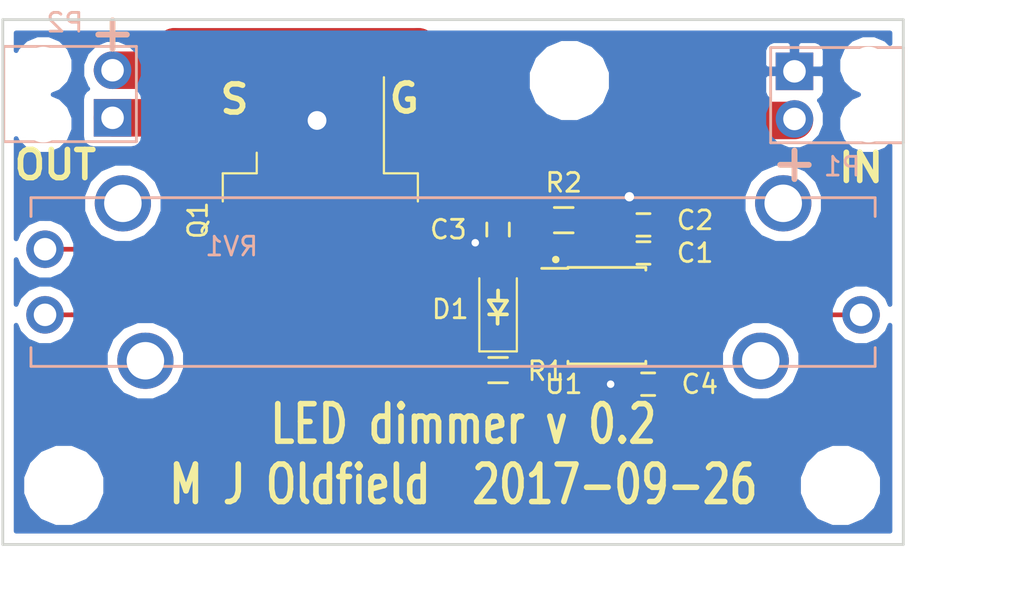
<source format=kicad_pcb>
(kicad_pcb (version 4) (host pcbnew 4.0.7)

  (general
    (links 26)
    (no_connects 0)
    (area 111.471429 91.825 179.1 126.699945)
    (thickness 1.6)
    (drawings 23)
    (tracks 110)
    (zones 0)
    (modules 19)
    (nets 11)
  )

  (page A4)
  (layers
    (0 F.Cu signal)
    (31 B.Cu signal)
    (32 B.Adhes user hide)
    (33 F.Adhes user hide)
    (34 B.Paste user hide)
    (35 F.Paste user hide)
    (36 B.SilkS user)
    (37 F.SilkS user)
    (38 B.Mask user hide)
    (39 F.Mask user hide)
    (40 Dwgs.User user)
    (41 Cmts.User user)
    (42 Eco1.User user)
    (43 Eco2.User user)
    (44 Edge.Cuts user)
    (45 Margin user)
    (46 B.CrtYd user)
    (47 F.CrtYd user)
    (48 B.Fab user hide)
    (49 F.Fab user hide)
  )

  (setup
    (last_trace_width 0.25)
    (trace_clearance 0.2)
    (zone_clearance 0.508)
    (zone_45_only no)
    (trace_min 0.2)
    (segment_width 0.2)
    (edge_width 0.15)
    (via_size 0.6)
    (via_drill 0.4)
    (via_min_size 0.4)
    (via_min_drill 0.3)
    (uvia_size 0.3)
    (uvia_drill 0.1)
    (uvias_allowed no)
    (uvia_min_size 0.2)
    (uvia_min_drill 0.1)
    (pcb_text_width 0.3)
    (pcb_text_size 1.5 1.5)
    (mod_edge_width 0.15)
    (mod_text_size 1 1)
    (mod_text_width 0.15)
    (pad_size 3.2 3.2)
    (pad_drill 3.2)
    (pad_to_mask_clearance 0.05)
    (solder_mask_min_width 0.1)
    (pad_to_paste_clearance_ratio -0.05)
    (aux_axis_origin 0 0)
    (visible_elements FFFFFF7F)
    (pcbplotparams
      (layerselection 0x010fc_80000001)
      (usegerberextensions true)
      (excludeedgelayer true)
      (linewidth 0.100000)
      (plotframeref false)
      (viasonmask false)
      (mode 1)
      (useauxorigin false)
      (hpglpennumber 1)
      (hpglpenspeed 20)
      (hpglpendiameter 15)
      (hpglpenoverlay 2)
      (psnegative false)
      (psa4output false)
      (plotreference true)
      (plotvalue false)
      (plotinvisibletext false)
      (padsonsilk false)
      (subtractmaskfromsilk false)
      (outputformat 1)
      (mirror false)
      (drillshape 0)
      (scaleselection 1)
      (outputdirectory ../gerbers-v2-2017-09-26/))
  )

  (net 0 "")
  (net 1 "Net-(C1-Pad1)")
  (net 2 "Net-(C1-Pad2)")
  (net 3 "Net-(C3-Pad1)")
  (net 4 "Net-(C4-Pad1)")
  (net 5 "Net-(D1-Pad1)")
  (net 6 "Net-(D1-Pad2)")
  (net 7 "Net-(Q1-Pad1)")
  (net 8 "Net-(R1-Pad2)")
  (net 9 "Net-(RV1-Pad1)")
  (net 10 "Net-(P2-Pad1)")

  (net_class Default "This is the default net class."
    (clearance 0.2)
    (trace_width 0.25)
    (via_dia 0.6)
    (via_drill 0.4)
    (uvia_dia 0.3)
    (uvia_drill 0.1)
    (add_net "Net-(C1-Pad1)")
    (add_net "Net-(C1-Pad2)")
    (add_net "Net-(C3-Pad1)")
    (add_net "Net-(C4-Pad1)")
    (add_net "Net-(D1-Pad1)")
    (add_net "Net-(D1-Pad2)")
    (add_net "Net-(P2-Pad1)")
    (add_net "Net-(Q1-Pad1)")
    (add_net "Net-(R1-Pad2)")
    (add_net "Net-(RV1-Pad1)")
  )

  (net_class Chunky ""
    (clearance 0.2)
    (trace_width 1)
    (via_dia 0.6)
    (via_drill 0.4)
    (uvia_dia 0.3)
    (uvia_drill 0.1)
  )

  (module led-dimmer:MountingHole_2.0mm (layer F.Cu) (tedit 59CACB24) (tstamp 59EE3AA2)
    (at 123 96)
    (descr "Mounting Hole 2.2mm, no annular, M2")
    (tags "mounting hole 2.2mm no annular m2")
    (fp_text reference REF** (at 0 -3.2) (layer F.SilkS) hide
      (effects (font (size 1 1) (thickness 0.15)))
    )
    (fp_text value MountingHole_2.0mm (at 0 3.2) (layer F.Fab)
      (effects (font (size 1 1) (thickness 0.15)))
    )
    (pad "" np_thru_hole circle (at 0 0) (size 2 2) (drill 2) (layers *.Cu *.Mask))
  )

  (module led-dimmer:MountingHole_2.0mm (layer F.Cu) (tedit 59CACB21) (tstamp 59EE3A9E)
    (at 123 99.1)
    (descr "Mounting Hole 2.2mm, no annular, M2")
    (tags "mounting hole 2.2mm no annular m2")
    (fp_text reference REF** (at 0 -3.2) (layer F.SilkS) hide
      (effects (font (size 1 1) (thickness 0.15)))
    )
    (fp_text value MountingHole_2.0mm (at 0 3.2) (layer F.Fab)
      (effects (font (size 1 1) (thickness 0.15)))
    )
    (pad "" np_thru_hole circle (at 0 0) (size 2 2) (drill 2) (layers *.Cu *.Mask))
  )

  (module led-dimmer:Molex-KK22057028-2way-2.54mm-Right-Angled-Header (layer B.Cu) (tedit 59BADA17) (tstamp 59BDF4EA)
    (at 126.7 97.52)
    (path /59B9A795)
    (fp_text reference P2 (at -2.54 -3.81) (layer B.SilkS)
      (effects (font (size 1 1) (thickness 0.15)) (justify mirror))
    )
    (fp_text value CONN_01X02 (at 0 0.5) (layer B.Fab)
      (effects (font (size 1 1) (thickness 0.15)) (justify mirror))
    )
    (fp_line (start -5.8 2.54) (end 1.27 2.54) (layer B.SilkS) (width 0.15))
    (fp_line (start -5.8 -2.54) (end -5.8 2.54) (layer B.SilkS) (width 0.15))
    (fp_line (start 1.27 -2.54) (end -5.8 -2.54) (layer B.SilkS) (width 0.15))
    (fp_line (start 1.27 2.54) (end 1.27 -2.54) (layer B.SilkS) (width 0.15))
    (pad 1 thru_hole rect (at 0 1.27) (size 2 2) (drill 1.2) (layers *.Cu *.Mask)
      (net 10 "Net-(P2-Pad1)"))
    (pad 2 thru_hole circle (at 0 -1.27) (size 2 2) (drill 1.2) (layers *.Cu *.Mask)
      (net 1 "Net-(C1-Pad1)"))
  )

  (module led-dimmer:Bourns-PTA3043-Slide-Potentiometer (layer B.Cu) (tedit 59CA5782) (tstamp 59BDF535)
    (at 144.85 107.55)
    (path /59B9A1A1)
    (fp_text reference RV1 (at -11.8 -1.9) (layer B.SilkS)
      (effects (font (size 1 1) (thickness 0.15)) (justify mirror))
    )
    (fp_text value "10k lin" (at 0 2.1) (layer B.Fab)
      (effects (font (size 1 1) (thickness 0.15)) (justify mirror))
    )
    (fp_line (start -22.5 4.5) (end -22.5 3.5) (layer B.SilkS) (width 0.15))
    (fp_line (start 22.5 4.5) (end 22.5 3.5) (layer B.SilkS) (width 0.15))
    (fp_line (start -22.5 -4.5) (end 22.5 -4.5) (layer B.SilkS) (width 0.15))
    (fp_line (start -22.5 4.5) (end 22.5 4.5) (layer B.SilkS) (width 0.15))
    (fp_line (start -22.5 -3.5) (end -22.5 -4.5) (layer B.SilkS) (width 0.15))
    (fp_line (start -22.5 -3.5) (end -22.5 -4.5) (layer B.SilkS) (width 0.15))
    (fp_line (start 22.5 -3.5) (end 22.5 -4.5) (layer B.SilkS) (width 0.15))
    (pad 1 thru_hole circle (at -21.75 1.75) (size 2 2) (drill 1.2) (layers *.Cu *.Mask)
      (net 9 "Net-(RV1-Pad1)"))
    (pad 2 thru_hole circle (at -21.75 -1.75) (size 2 2) (drill 1.2) (layers *.Cu *.Mask)
      (net 3 "Net-(C3-Pad1)"))
    (pad 3 thru_hole circle (at 21.75 1.75) (size 2 2) (drill 1.2) (layers *.Cu *.Mask)
      (net 8 "Net-(R1-Pad2)"))
    (pad "" np_thru_hole circle (at 16.4 4.2) (size 3 3) (drill 2) (layers *.Cu))
    (pad "" np_thru_hole circle (at 17.6 -4.2) (size 3 3) (drill 2) (layers *.Cu))
    (pad "" thru_hole circle (at -16.4 4.2) (size 3 3) (drill 2) (layers *.Cu *.Mask))
    (pad "" thru_hole circle (at -17.6 -4.2) (size 3 3) (drill 2) (layers *.Cu *.Mask))
  )

  (module led-dimmer:Molex-KK22057028-2way-2.54mm-Right-Angled-Header (layer B.Cu) (tedit 59BADA17) (tstamp 59BDF4CB)
    (at 163.05 97.58 180)
    (path /59B9A7DB)
    (fp_text reference P1 (at -2.54 -3.81 180) (layer B.SilkS)
      (effects (font (size 1 1) (thickness 0.15)) (justify mirror))
    )
    (fp_text value CONN_01X02 (at 0 0.5 180) (layer B.Fab)
      (effects (font (size 1 1) (thickness 0.15)) (justify mirror))
    )
    (fp_line (start -5.8 2.54) (end 1.27 2.54) (layer B.SilkS) (width 0.15))
    (fp_line (start -5.8 -2.54) (end -5.8 2.54) (layer B.SilkS) (width 0.15))
    (fp_line (start 1.27 -2.54) (end -5.8 -2.54) (layer B.SilkS) (width 0.15))
    (fp_line (start 1.27 2.54) (end 1.27 -2.54) (layer B.SilkS) (width 0.15))
    (pad 1 thru_hole rect (at 0 1.27 180) (size 2 2) (drill 1.2) (layers *.Cu *.Mask)
      (net 2 "Net-(C1-Pad2)"))
    (pad 2 thru_hole circle (at 0 -1.27 180) (size 2 2) (drill 1.2) (layers *.Cu *.Mask)
      (net 1 "Net-(C1-Pad1)"))
  )

  (module Capacitors_SMD:C_0603 (layer F.Cu) (tedit 5415D631) (tstamp 59BDF463)
    (at 155 106 180)
    (descr "Capacitor SMD 0603, reflow soldering, AVX (see smccp.pdf)")
    (tags "capacitor 0603")
    (path /59B9A54F)
    (attr smd)
    (fp_text reference C1 (at -2.75 0 180) (layer F.SilkS)
      (effects (font (size 1 1) (thickness 0.15)))
    )
    (fp_text value 1uF (at 0 1.9 180) (layer F.Fab)
      (effects (font (size 1 1) (thickness 0.15)))
    )
    (fp_line (start -0.8 0.4) (end -0.8 -0.4) (layer F.Fab) (width 0.15))
    (fp_line (start 0.8 0.4) (end -0.8 0.4) (layer F.Fab) (width 0.15))
    (fp_line (start 0.8 -0.4) (end 0.8 0.4) (layer F.Fab) (width 0.15))
    (fp_line (start -0.8 -0.4) (end 0.8 -0.4) (layer F.Fab) (width 0.15))
    (fp_line (start -1.45 -0.75) (end 1.45 -0.75) (layer F.CrtYd) (width 0.05))
    (fp_line (start -1.45 0.75) (end 1.45 0.75) (layer F.CrtYd) (width 0.05))
    (fp_line (start -1.45 -0.75) (end -1.45 0.75) (layer F.CrtYd) (width 0.05))
    (fp_line (start 1.45 -0.75) (end 1.45 0.75) (layer F.CrtYd) (width 0.05))
    (fp_line (start -0.35 -0.6) (end 0.35 -0.6) (layer F.SilkS) (width 0.15))
    (fp_line (start 0.35 0.6) (end -0.35 0.6) (layer F.SilkS) (width 0.15))
    (pad 1 smd rect (at -0.75 0 180) (size 0.8 0.75) (layers F.Cu F.Paste F.Mask)
      (net 1 "Net-(C1-Pad1)"))
    (pad 2 smd rect (at 0.75 0 180) (size 0.8 0.75) (layers F.Cu F.Paste F.Mask)
      (net 2 "Net-(C1-Pad2)"))
    (model Capacitors_SMD.3dshapes/C_0603.wrl
      (at (xyz 0 0 0))
      (scale (xyz 1 1 1))
      (rotate (xyz 0 0 0))
    )
  )

  (module Capacitors_SMD:C_0603 (layer F.Cu) (tedit 59BB91B3) (tstamp 59BDF483)
    (at 147.25 104.75 270)
    (descr "Capacitor SMD 0603, reflow soldering, AVX (see smccp.pdf)")
    (tags "capacitor 0603")
    (path /59B9A2BC)
    (attr smd)
    (fp_text reference C3 (at 0 2.65 360) (layer F.SilkS)
      (effects (font (size 1 1) (thickness 0.15)))
    )
    (fp_text value 1uF (at 0 1.9 270) (layer F.Fab)
      (effects (font (size 1 1) (thickness 0.15)))
    )
    (fp_line (start -0.8 0.4) (end -0.8 -0.4) (layer F.Fab) (width 0.15))
    (fp_line (start 0.8 0.4) (end -0.8 0.4) (layer F.Fab) (width 0.15))
    (fp_line (start 0.8 -0.4) (end 0.8 0.4) (layer F.Fab) (width 0.15))
    (fp_line (start -0.8 -0.4) (end 0.8 -0.4) (layer F.Fab) (width 0.15))
    (fp_line (start -1.45 -0.75) (end 1.45 -0.75) (layer F.CrtYd) (width 0.05))
    (fp_line (start -1.45 0.75) (end 1.45 0.75) (layer F.CrtYd) (width 0.05))
    (fp_line (start -1.45 -0.75) (end -1.45 0.75) (layer F.CrtYd) (width 0.05))
    (fp_line (start 1.45 -0.75) (end 1.45 0.75) (layer F.CrtYd) (width 0.05))
    (fp_line (start -0.35 -0.6) (end 0.35 -0.6) (layer F.SilkS) (width 0.15))
    (fp_line (start 0.35 0.6) (end -0.35 0.6) (layer F.SilkS) (width 0.15))
    (pad 1 smd rect (at -0.75 0 270) (size 0.8 0.75) (layers F.Cu F.Paste F.Mask)
      (net 3 "Net-(C3-Pad1)"))
    (pad 2 smd rect (at 0.75 0 270) (size 0.8 0.75) (layers F.Cu F.Paste F.Mask)
      (net 2 "Net-(C1-Pad2)"))
    (model Capacitors_SMD.3dshapes/C_0603.wrl
      (at (xyz 0 0 0))
      (scale (xyz 1 1 1))
      (rotate (xyz 0 0 0))
    )
  )

  (module Capacitors_SMD:C_0603 (layer F.Cu) (tedit 5415D631) (tstamp 59BDF473)
    (at 155 104.5 180)
    (descr "Capacitor SMD 0603, reflow soldering, AVX (see smccp.pdf)")
    (tags "capacitor 0603")
    (path /59B9A586)
    (attr smd)
    (fp_text reference C2 (at -2.75 0.25 180) (layer F.SilkS)
      (effects (font (size 1 1) (thickness 0.15)))
    )
    (fp_text value 0.1uF (at 0 1.9 180) (layer F.Fab)
      (effects (font (size 1 1) (thickness 0.15)))
    )
    (fp_line (start -0.8 0.4) (end -0.8 -0.4) (layer F.Fab) (width 0.15))
    (fp_line (start 0.8 0.4) (end -0.8 0.4) (layer F.Fab) (width 0.15))
    (fp_line (start 0.8 -0.4) (end 0.8 0.4) (layer F.Fab) (width 0.15))
    (fp_line (start -0.8 -0.4) (end 0.8 -0.4) (layer F.Fab) (width 0.15))
    (fp_line (start -1.45 -0.75) (end 1.45 -0.75) (layer F.CrtYd) (width 0.05))
    (fp_line (start -1.45 0.75) (end 1.45 0.75) (layer F.CrtYd) (width 0.05))
    (fp_line (start -1.45 -0.75) (end -1.45 0.75) (layer F.CrtYd) (width 0.05))
    (fp_line (start 1.45 -0.75) (end 1.45 0.75) (layer F.CrtYd) (width 0.05))
    (fp_line (start -0.35 -0.6) (end 0.35 -0.6) (layer F.SilkS) (width 0.15))
    (fp_line (start 0.35 0.6) (end -0.35 0.6) (layer F.SilkS) (width 0.15))
    (pad 1 smd rect (at -0.75 0 180) (size 0.8 0.75) (layers F.Cu F.Paste F.Mask)
      (net 1 "Net-(C1-Pad1)"))
    (pad 2 smd rect (at 0.75 0 180) (size 0.8 0.75) (layers F.Cu F.Paste F.Mask)
      (net 2 "Net-(C1-Pad2)"))
    (model Capacitors_SMD.3dshapes/C_0603.wrl
      (at (xyz 0 0 0))
      (scale (xyz 1 1 1))
      (rotate (xyz 0 0 0))
    )
  )

  (module Capacitors_SMD:C_0603 (layer F.Cu) (tedit 5415D631) (tstamp 59BDF493)
    (at 155.25 113 180)
    (descr "Capacitor SMD 0603, reflow soldering, AVX (see smccp.pdf)")
    (tags "capacitor 0603")
    (path /59B9A4DE)
    (attr smd)
    (fp_text reference C4 (at -2.75 0 180) (layer F.SilkS)
      (effects (font (size 1 1) (thickness 0.15)))
    )
    (fp_text value 100nF (at 0 1.9 180) (layer F.Fab)
      (effects (font (size 1 1) (thickness 0.15)))
    )
    (fp_line (start -0.8 0.4) (end -0.8 -0.4) (layer F.Fab) (width 0.15))
    (fp_line (start 0.8 0.4) (end -0.8 0.4) (layer F.Fab) (width 0.15))
    (fp_line (start 0.8 -0.4) (end 0.8 0.4) (layer F.Fab) (width 0.15))
    (fp_line (start -0.8 -0.4) (end 0.8 -0.4) (layer F.Fab) (width 0.15))
    (fp_line (start -1.45 -0.75) (end 1.45 -0.75) (layer F.CrtYd) (width 0.05))
    (fp_line (start -1.45 0.75) (end 1.45 0.75) (layer F.CrtYd) (width 0.05))
    (fp_line (start -1.45 -0.75) (end -1.45 0.75) (layer F.CrtYd) (width 0.05))
    (fp_line (start 1.45 -0.75) (end 1.45 0.75) (layer F.CrtYd) (width 0.05))
    (fp_line (start -0.35 -0.6) (end 0.35 -0.6) (layer F.SilkS) (width 0.15))
    (fp_line (start 0.35 0.6) (end -0.35 0.6) (layer F.SilkS) (width 0.15))
    (pad 1 smd rect (at -0.75 0 180) (size 0.8 0.75) (layers F.Cu F.Paste F.Mask)
      (net 4 "Net-(C4-Pad1)"))
    (pad 2 smd rect (at 0.75 0 180) (size 0.8 0.75) (layers F.Cu F.Paste F.Mask)
      (net 2 "Net-(C1-Pad2)"))
    (model Capacitors_SMD.3dshapes/C_0603.wrl
      (at (xyz 0 0 0))
      (scale (xyz 1 1 1))
      (rotate (xyz 0 0 0))
    )
  )

  (module Diodes_SMD:D_SOD-123 (layer F.Cu) (tedit 59BB91B9) (tstamp 59BDF4AC)
    (at 147.25 109 90)
    (descr SOD-123)
    (tags SOD-123)
    (path /59B9A132)
    (attr smd)
    (fp_text reference D1 (at 0 -2.55 180) (layer F.SilkS)
      (effects (font (size 1 1) (thickness 0.15)))
    )
    (fp_text value SD103 (at 0 2.1 90) (layer F.Fab)
      (effects (font (size 1 1) (thickness 0.15)))
    )
    (fp_text user %R (at 0 -2 90) (layer F.Fab)
      (effects (font (size 1 1) (thickness 0.15)))
    )
    (fp_line (start -2.25 -1) (end -2.25 1) (layer F.SilkS) (width 0.12))
    (fp_line (start 0.25 0) (end 0.75 0) (layer F.Fab) (width 0.1))
    (fp_line (start 0.25 0.4) (end -0.35 0) (layer F.Fab) (width 0.1))
    (fp_line (start 0.25 -0.4) (end 0.25 0.4) (layer F.Fab) (width 0.1))
    (fp_line (start -0.35 0) (end 0.25 -0.4) (layer F.Fab) (width 0.1))
    (fp_line (start -0.35 0) (end -0.35 0.55) (layer F.Fab) (width 0.1))
    (fp_line (start -0.35 0) (end -0.35 -0.55) (layer F.Fab) (width 0.1))
    (fp_line (start -0.75 0) (end -0.35 0) (layer F.Fab) (width 0.1))
    (fp_line (start -1.4 0.9) (end -1.4 -0.9) (layer F.Fab) (width 0.1))
    (fp_line (start 1.4 0.9) (end -1.4 0.9) (layer F.Fab) (width 0.1))
    (fp_line (start 1.4 -0.9) (end 1.4 0.9) (layer F.Fab) (width 0.1))
    (fp_line (start -1.4 -0.9) (end 1.4 -0.9) (layer F.Fab) (width 0.1))
    (fp_line (start -2.35 -1.15) (end 2.35 -1.15) (layer F.CrtYd) (width 0.05))
    (fp_line (start 2.35 -1.15) (end 2.35 1.15) (layer F.CrtYd) (width 0.05))
    (fp_line (start 2.35 1.15) (end -2.35 1.15) (layer F.CrtYd) (width 0.05))
    (fp_line (start -2.35 -1.15) (end -2.35 1.15) (layer F.CrtYd) (width 0.05))
    (fp_line (start -2.25 1) (end 1.65 1) (layer F.SilkS) (width 0.12))
    (fp_line (start -2.25 -1) (end 1.65 -1) (layer F.SilkS) (width 0.12))
    (pad 1 smd rect (at -1.65 0 90) (size 0.9 1.2) (layers F.Cu F.Paste F.Mask)
      (net 5 "Net-(D1-Pad1)"))
    (pad 2 smd rect (at 1.65 0 90) (size 0.9 1.2) (layers F.Cu F.Paste F.Mask)
      (net 6 "Net-(D1-Pad2)"))
    (model ${KISYS3DMOD}/Diodes_SMD.3dshapes/D_SOD-123.wrl
      (at (xyz 0 0 0))
      (scale (xyz 1 1 1))
      (rotate (xyz 0 0 0))
    )
  )

  (module TO_SOT_Packages_SMD:TO-263-2 (layer F.Cu) (tedit 590079C0) (tstamp 59BDF50E)
    (at 137.775 104.7 270)
    (descr "TO-263 / D2PAK / DDPAK SMD package, http://www.infineon.com/cms/en/product/packages/PG-TO263/PG-TO263-3-1/")
    (tags "D2PAK DDPAK TO-263 D2PAK-3 TO-263-3 SOT-404")
    (path /59B9A6ED)
    (attr smd)
    (fp_text reference Q1 (at -0.45 6.525 270) (layer F.SilkS)
      (effects (font (size 1 1) (thickness 0.15)))
    )
    (fp_text value IRL530N (at 0 6.65 270) (layer F.Fab)
      (effects (font (size 1 1) (thickness 0.15)))
    )
    (fp_line (start 6.5 -5) (end 7.5 -5) (layer F.Fab) (width 0.1))
    (fp_line (start 7.5 -5) (end 7.5 5) (layer F.Fab) (width 0.1))
    (fp_line (start 7.5 5) (end 6.5 5) (layer F.Fab) (width 0.1))
    (fp_line (start 6.5 -5) (end 6.5 5) (layer F.Fab) (width 0.1))
    (fp_line (start 6.5 5) (end -2.75 5) (layer F.Fab) (width 0.1))
    (fp_line (start -2.75 5) (end -2.75 -4) (layer F.Fab) (width 0.1))
    (fp_line (start -2.75 -4) (end -1.75 -5) (layer F.Fab) (width 0.1))
    (fp_line (start -1.75 -5) (end 6.5 -5) (layer F.Fab) (width 0.1))
    (fp_line (start -2.75 -3.04) (end -7.45 -3.04) (layer F.Fab) (width 0.1))
    (fp_line (start -7.45 -3.04) (end -7.45 -2.04) (layer F.Fab) (width 0.1))
    (fp_line (start -7.45 -2.04) (end -2.75 -2.04) (layer F.Fab) (width 0.1))
    (fp_line (start -2.75 2.04) (end -7.45 2.04) (layer F.Fab) (width 0.1))
    (fp_line (start -7.45 2.04) (end -7.45 3.04) (layer F.Fab) (width 0.1))
    (fp_line (start -7.45 3.04) (end -2.75 3.04) (layer F.Fab) (width 0.1))
    (fp_line (start -1.45 -5.2) (end -2.95 -5.2) (layer F.SilkS) (width 0.12))
    (fp_line (start -2.95 -5.2) (end -2.95 -3.39) (layer F.SilkS) (width 0.12))
    (fp_line (start -2.95 -3.39) (end -8.075 -3.39) (layer F.SilkS) (width 0.12))
    (fp_line (start -1.45 5.2) (end -2.95 5.2) (layer F.SilkS) (width 0.12))
    (fp_line (start -2.95 5.2) (end -2.95 3.39) (layer F.SilkS) (width 0.12))
    (fp_line (start -2.95 3.39) (end -4.05 3.39) (layer F.SilkS) (width 0.12))
    (fp_line (start -8.32 -5.65) (end -8.32 5.65) (layer F.CrtYd) (width 0.05))
    (fp_line (start -8.32 5.65) (end 8.32 5.65) (layer F.CrtYd) (width 0.05))
    (fp_line (start 8.32 5.65) (end 8.32 -5.65) (layer F.CrtYd) (width 0.05))
    (fp_line (start 8.32 -5.65) (end -8.32 -5.65) (layer F.CrtYd) (width 0.05))
    (fp_text user %R (at 0 0 270) (layer F.Fab)
      (effects (font (size 1 1) (thickness 0.15)))
    )
    (pad 1 smd rect (at -5.775 -2.54 270) (size 4.6 1.1) (layers F.Cu F.Paste F.Mask)
      (net 7 "Net-(Q1-Pad1)"))
    (pad 3 smd rect (at -5.775 2.54 270) (size 4.6 1.1) (layers F.Cu F.Paste F.Mask)
      (net 2 "Net-(C1-Pad2)"))
    (pad 2 smd rect (at 3.375 0 270) (size 9.4 10.8) (layers F.Cu F.Mask)
      (net 10 "Net-(P2-Pad1)"))
    (pad 2 smd rect (at 5.8 2.775 270) (size 4.55 5.25) (layers F.Cu F.Paste)
      (net 10 "Net-(P2-Pad1)"))
    (pad 2 smd rect (at 0.95 -2.775 270) (size 4.55 5.25) (layers F.Cu F.Paste)
      (net 10 "Net-(P2-Pad1)"))
    (pad 2 smd rect (at 5.8 -2.775 270) (size 4.55 5.25) (layers F.Cu F.Paste)
      (net 10 "Net-(P2-Pad1)"))
    (pad 2 smd rect (at 0.95 2.775 270) (size 4.55 5.25) (layers F.Cu F.Paste)
      (net 10 "Net-(P2-Pad1)"))
    (model ${KISYS3DMOD}/TO_SOT_Packages_SMD.3dshapes/TO-263-2.wrl
      (at (xyz 0 0 0))
      (scale (xyz 1 1 1))
      (rotate (xyz 0 0 0))
    )
  )

  (module Resistors_SMD:R_0603 (layer F.Cu) (tedit 58307A47) (tstamp 59BDF51E)
    (at 147.25 112.25)
    (descr "Resistor SMD 0603, reflow soldering, Vishay (see dcrcw.pdf)")
    (tags "resistor 0603")
    (path /59B9A104)
    (attr smd)
    (fp_text reference R1 (at 2.55 0.05 180) (layer F.SilkS)
      (effects (font (size 1 1) (thickness 0.15)))
    )
    (fp_text value 1k (at 0 1.9) (layer F.Fab)
      (effects (font (size 1 1) (thickness 0.15)))
    )
    (fp_line (start -0.8 0.4) (end -0.8 -0.4) (layer F.Fab) (width 0.1))
    (fp_line (start 0.8 0.4) (end -0.8 0.4) (layer F.Fab) (width 0.1))
    (fp_line (start 0.8 -0.4) (end 0.8 0.4) (layer F.Fab) (width 0.1))
    (fp_line (start -0.8 -0.4) (end 0.8 -0.4) (layer F.Fab) (width 0.1))
    (fp_line (start -1.3 -0.8) (end 1.3 -0.8) (layer F.CrtYd) (width 0.05))
    (fp_line (start -1.3 0.8) (end 1.3 0.8) (layer F.CrtYd) (width 0.05))
    (fp_line (start -1.3 -0.8) (end -1.3 0.8) (layer F.CrtYd) (width 0.05))
    (fp_line (start 1.3 -0.8) (end 1.3 0.8) (layer F.CrtYd) (width 0.05))
    (fp_line (start 0.5 0.675) (end -0.5 0.675) (layer F.SilkS) (width 0.15))
    (fp_line (start -0.5 -0.675) (end 0.5 -0.675) (layer F.SilkS) (width 0.15))
    (pad 1 smd rect (at -0.75 0) (size 0.5 0.9) (layers F.Cu F.Paste F.Mask)
      (net 5 "Net-(D1-Pad1)"))
    (pad 2 smd rect (at 0.75 0) (size 0.5 0.9) (layers F.Cu F.Paste F.Mask)
      (net 8 "Net-(R1-Pad2)"))
    (model Resistors_SMD.3dshapes/R_0603.wrl
      (at (xyz 0 0 0))
      (scale (xyz 1 1 1))
      (rotate (xyz 0 0 0))
    )
  )

  (module Resistors_SMD:R_0603 (layer F.Cu) (tedit 58307A47) (tstamp 59BDF52E)
    (at 150.75 104.25 180)
    (descr "Resistor SMD 0603, reflow soldering, Vishay (see dcrcw.pdf)")
    (tags "resistor 0603")
    (path /59B9A670)
    (attr smd)
    (fp_text reference R2 (at 0 2 180) (layer F.SilkS)
      (effects (font (size 1 1) (thickness 0.15)))
    )
    (fp_text value 150R (at 0 1.9 180) (layer F.Fab)
      (effects (font (size 1 1) (thickness 0.15)))
    )
    (fp_line (start -0.8 0.4) (end -0.8 -0.4) (layer F.Fab) (width 0.1))
    (fp_line (start 0.8 0.4) (end -0.8 0.4) (layer F.Fab) (width 0.1))
    (fp_line (start 0.8 -0.4) (end 0.8 0.4) (layer F.Fab) (width 0.1))
    (fp_line (start -0.8 -0.4) (end 0.8 -0.4) (layer F.Fab) (width 0.1))
    (fp_line (start -1.3 -0.8) (end 1.3 -0.8) (layer F.CrtYd) (width 0.05))
    (fp_line (start -1.3 0.8) (end 1.3 0.8) (layer F.CrtYd) (width 0.05))
    (fp_line (start -1.3 -0.8) (end -1.3 0.8) (layer F.CrtYd) (width 0.05))
    (fp_line (start 1.3 -0.8) (end 1.3 0.8) (layer F.CrtYd) (width 0.05))
    (fp_line (start 0.5 0.675) (end -0.5 0.675) (layer F.SilkS) (width 0.15))
    (fp_line (start -0.5 -0.675) (end 0.5 -0.675) (layer F.SilkS) (width 0.15))
    (pad 1 smd rect (at -0.75 0 180) (size 0.5 0.9) (layers F.Cu F.Paste F.Mask)
      (net 7 "Net-(Q1-Pad1)"))
    (pad 2 smd rect (at 0.75 0 180) (size 0.5 0.9) (layers F.Cu F.Paste F.Mask)
      (net 6 "Net-(D1-Pad2)"))
    (model Resistors_SMD.3dshapes/R_0603.wrl
      (at (xyz 0 0 0))
      (scale (xyz 1 1 1))
      (rotate (xyz 0 0 0))
    )
  )

  (module Housings_SOIC:SOIC-8_3.9x4.9mm_Pitch1.27mm (layer F.Cu) (tedit 54130A77) (tstamp 59BDF551)
    (at 153.05 109.345)
    (descr "8-Lead Plastic Small Outline (SN) - Narrow, 3.90 mm Body [SOIC] (see Microchip Packaging Specification 00000049BS.pdf)")
    (tags "SOIC 1.27")
    (path /59B9A00E)
    (attr smd)
    (fp_text reference U1 (at -2.3 3.655) (layer F.SilkS)
      (effects (font (size 1 1) (thickness 0.15)))
    )
    (fp_text value LMC555 (at 0 3.5) (layer F.Fab)
      (effects (font (size 1 1) (thickness 0.15)))
    )
    (fp_line (start -0.95 -2.45) (end 1.95 -2.45) (layer F.Fab) (width 0.15))
    (fp_line (start 1.95 -2.45) (end 1.95 2.45) (layer F.Fab) (width 0.15))
    (fp_line (start 1.95 2.45) (end -1.95 2.45) (layer F.Fab) (width 0.15))
    (fp_line (start -1.95 2.45) (end -1.95 -1.45) (layer F.Fab) (width 0.15))
    (fp_line (start -1.95 -1.45) (end -0.95 -2.45) (layer F.Fab) (width 0.15))
    (fp_line (start -3.75 -2.75) (end -3.75 2.75) (layer F.CrtYd) (width 0.05))
    (fp_line (start 3.75 -2.75) (end 3.75 2.75) (layer F.CrtYd) (width 0.05))
    (fp_line (start -3.75 -2.75) (end 3.75 -2.75) (layer F.CrtYd) (width 0.05))
    (fp_line (start -3.75 2.75) (end 3.75 2.75) (layer F.CrtYd) (width 0.05))
    (fp_line (start -2.075 -2.575) (end -2.075 -2.525) (layer F.SilkS) (width 0.15))
    (fp_line (start 2.075 -2.575) (end 2.075 -2.43) (layer F.SilkS) (width 0.15))
    (fp_line (start 2.075 2.575) (end 2.075 2.43) (layer F.SilkS) (width 0.15))
    (fp_line (start -2.075 2.575) (end -2.075 2.43) (layer F.SilkS) (width 0.15))
    (fp_line (start -2.075 -2.575) (end 2.075 -2.575) (layer F.SilkS) (width 0.15))
    (fp_line (start -2.075 2.575) (end 2.075 2.575) (layer F.SilkS) (width 0.15))
    (fp_line (start -2.075 -2.525) (end -3.475 -2.525) (layer F.SilkS) (width 0.15))
    (pad 1 smd rect (at -2.7 -1.905) (size 1.55 0.6) (layers F.Cu F.Paste F.Mask)
      (net 2 "Net-(C1-Pad2)"))
    (pad 2 smd rect (at -2.7 -0.635) (size 1.55 0.6) (layers F.Cu F.Paste F.Mask)
      (net 3 "Net-(C3-Pad1)"))
    (pad 3 smd rect (at -2.7 0.635) (size 1.55 0.6) (layers F.Cu F.Paste F.Mask)
      (net 6 "Net-(D1-Pad2)"))
    (pad 4 smd rect (at -2.7 1.905) (size 1.55 0.6) (layers F.Cu F.Paste F.Mask)
      (net 1 "Net-(C1-Pad1)"))
    (pad 5 smd rect (at 2.7 1.905) (size 1.55 0.6) (layers F.Cu F.Paste F.Mask)
      (net 4 "Net-(C4-Pad1)"))
    (pad 6 smd rect (at 2.7 0.635) (size 1.55 0.6) (layers F.Cu F.Paste F.Mask)
      (net 3 "Net-(C3-Pad1)"))
    (pad 7 smd rect (at 2.7 -0.635) (size 1.55 0.6) (layers F.Cu F.Paste F.Mask)
      (net 9 "Net-(RV1-Pad1)"))
    (pad 8 smd rect (at 2.7 -1.905) (size 1.55 0.6) (layers F.Cu F.Paste F.Mask)
      (net 1 "Net-(C1-Pad1)"))
    (model Housings_SOIC.3dshapes/SOIC-8_3.9x4.9mm_Pitch1.27mm.wrl
      (at (xyz 0 0 0))
      (scale (xyz 1 1 1))
      (rotate (xyz 0 0 0))
    )
  )

  (module Mounting_Holes:MountingHole_3.2mm_M3_DIN965 (layer F.Cu) (tedit 59BB8CF0) (tstamp 59CD2669)
    (at 151.05 96.75)
    (descr "Mounting Hole 3.2mm, no annular, M3, DIN965")
    (tags "mounting hole 3.2mm no annular m3 din965")
    (fp_text reference REF** (at 0 -3.8) (layer F.SilkS) hide
      (effects (font (size 1 1) (thickness 0.15)))
    )
    (fp_text value MountingHole_3.2mm_M3_DIN965 (at 0 3.8) (layer F.Fab) hide
      (effects (font (size 1 1) (thickness 0.15)))
    )
    (fp_circle (center 0 0) (end 2.8 0) (layer Cmts.User) (width 0.15))
    (fp_circle (center 0 0) (end 3.05 0) (layer F.CrtYd) (width 0.05))
    (pad "" np_thru_hole circle (at 0 0.05) (size 3.2 3.2) (drill 3.2) (layers *.Cu *.Mask))
  )

  (module Mounting_Holes:MountingHole_3.2mm_M3_DIN965 (layer F.Cu) (tedit 59BB8CED) (tstamp 59CD2670)
    (at 124.1 118.4)
    (descr "Mounting Hole 3.2mm, no annular, M3, DIN965")
    (tags "mounting hole 3.2mm no annular m3 din965")
    (fp_text reference REF** (at 0 -3.8) (layer F.SilkS) hide
      (effects (font (size 1 1) (thickness 0.15)))
    )
    (fp_text value MountingHole_3.2mm_M3_DIN965 (at 0 3.8) (layer F.Fab) hide
      (effects (font (size 1 1) (thickness 0.15)))
    )
    (fp_circle (center 0 0) (end 2.8 0) (layer Cmts.User) (width 0.15))
    (fp_circle (center 0 0) (end 3.05 0) (layer F.CrtYd) (width 0.05))
    (pad 1 np_thru_hole circle (at 0 0) (size 3.2 3.2) (drill 3.2) (layers *.Cu *.Mask))
  )

  (module Mounting_Holes:MountingHole_3.2mm_M3_DIN965 (layer F.Cu) (tedit 59BB8CF3) (tstamp 59CD2677)
    (at 165.5 118.4)
    (descr "Mounting Hole 3.2mm, no annular, M3, DIN965")
    (tags "mounting hole 3.2mm no annular m3 din965")
    (fp_text reference REF** (at 0 -3.8) (layer F.SilkS) hide
      (effects (font (size 1 1) (thickness 0.15)))
    )
    (fp_text value MountingHole_3.2mm_M3_DIN965 (at 0 3.8) (layer F.Fab) hide
      (effects (font (size 1 1) (thickness 0.15)))
    )
    (fp_circle (center 0 0) (end 2.8 0) (layer Cmts.User) (width 0.15))
    (fp_circle (center 0 0) (end 3.05 0) (layer F.CrtYd) (width 0.05))
    (pad 1 np_thru_hole circle (at 0 0) (size 3.2 3.2) (drill 3.2) (layers *.Cu *.Mask))
  )

  (module led-dimmer:MountingHole_2.0mm (layer F.Cu) (tedit 59CACB24) (tstamp 59EE3A7F)
    (at 167 96)
    (descr "Mounting Hole 2.2mm, no annular, M2")
    (tags "mounting hole 2.2mm no annular m2")
    (fp_text reference REF** (at 0 -3.2) (layer F.SilkS) hide
      (effects (font (size 1 1) (thickness 0.15)))
    )
    (fp_text value MountingHole_2.0mm (at 0 3.2) (layer F.Fab)
      (effects (font (size 1 1) (thickness 0.15)))
    )
    (pad "" np_thru_hole circle (at 0 0) (size 2 2) (drill 2) (layers *.Cu *.Mask))
  )

  (module led-dimmer:MountingHole_2.0mm (layer F.Cu) (tedit 59CACB21) (tstamp 59EE3A84)
    (at 167 99.1)
    (descr "Mounting Hole 2.2mm, no annular, M2")
    (tags "mounting hole 2.2mm no annular m2")
    (fp_text reference REF** (at 0 -3.2) (layer F.SilkS) hide
      (effects (font (size 1 1) (thickness 0.15)))
    )
    (fp_text value MountingHole_2.0mm (at 0 3.2) (layer F.Fab)
      (effects (font (size 1 1) (thickness 0.15)))
    )
    (pad "" np_thru_hole circle (at 0 0) (size 2 2) (drill 2) (layers *.Cu *.Mask))
  )

  (gr_circle (center 150.325 106.35) (end 150.325 106.25) (layer F.SilkS) (width 0.2))
  (gr_line (start 147.25 108.525) (end 147.25 108) (layer F.SilkS) (width 0.2))
  (gr_line (start 147.225 109.275) (end 147.225 109.775) (layer F.SilkS) (width 0.2))
  (gr_line (start 146.775 109.275) (end 147.725 109.275) (layer F.SilkS) (width 0.2))
  (gr_line (start 146.775 108.575) (end 146.8 108.55) (layer F.SilkS) (width 0.2))
  (gr_line (start 147.25 109.275) (end 146.775 108.575) (layer F.SilkS) (width 0.2))
  (gr_line (start 147.725 108.55) (end 147.25 109.275) (layer F.SilkS) (width 0.2))
  (gr_line (start 146.75 108.525) (end 147.725 108.55) (layer F.SilkS) (width 0.2))
  (gr_text "OUT\n" (at 123.65 101.3) (layer F.SilkS) (tstamp 59C47EC5)
    (effects (font (size 1.5 1.5) (thickness 0.3)))
  )
  (gr_text IN (at 166.6 101.45) (layer F.SilkS)
    (effects (font (size 1.5 1.5) (thickness 0.3)))
  )
  (gr_text "LED dimmer v 0.2\nM J Oldfield  2017-09-26\n\n" (at 145.4 118.35) (layer F.SilkS)
    (effects (font (size 2 1.5) (thickness 0.3)))
  )
  (gr_text S (at 133.2 97.8) (layer F.SilkS)
    (effects (font (size 1.5 1.5) (thickness 0.3)))
  )
  (gr_text G (at 142.25 97.75) (layer F.SilkS)
    (effects (font (size 1.5 1.5) (thickness 0.3)))
  )
  (gr_text + (at 126.7 94.2) (layer B.SilkS) (tstamp 59C47E01)
    (effects (font (size 2 2) (thickness 0.3)))
  )
  (gr_text + (at 126.7 94.2) (layer F.SilkS) (tstamp 59C47E00)
    (effects (font (size 2 2) (thickness 0.3)))
  )
  (gr_text + (at 163.05 101.15) (layer B.SilkS) (tstamp 59C47DF6)
    (effects (font (size 2 2) (thickness 0.3)))
  )
  (gr_text + (at 163.05 101.15) (layer F.SilkS)
    (effects (font (size 2 2) (thickness 0.3)))
  )
  (dimension 28 (width 0.3) (layer Dwgs.User)
    (gr_text "28.000 mm" (at 172.6 107.55 90) (layer Dwgs.User)
      (effects (font (size 1.5 1.5) (thickness 0.3)))
    )
    (feature1 (pts (xy 168.85 93.55) (xy 173.95 93.55)))
    (feature2 (pts (xy 168.85 121.55) (xy 173.95 121.55)))
    (crossbar (pts (xy 171.25 121.55) (xy 171.25 93.55)))
    (arrow1a (pts (xy 171.25 93.55) (xy 171.836421 94.676504)))
    (arrow1b (pts (xy 171.25 93.55) (xy 170.663579 94.676504)))
    (arrow2a (pts (xy 171.25 121.55) (xy 171.836421 120.423496)))
    (arrow2b (pts (xy 171.25 121.55) (xy 170.663579 120.423496)))
  )
  (dimension 48.000026 (width 0.3) (layer Dwgs.User)
    (gr_text "48.000 mm" (at 144.853958 125.324944 0.05968308207) (layer Dwgs.User)
      (effects (font (size 1.5 1.5) (thickness 0.3)))
    )
    (feature1 (pts (xy 168.85 121.5) (xy 168.855364 126.649944)))
    (feature2 (pts (xy 120.85 121.55) (xy 120.855364 126.699944)))
    (crossbar (pts (xy 120.852552 123.999945) (xy 168.852552 123.949945)))
    (arrow1a (pts (xy 168.852552 123.949945) (xy 167.72666 124.537539)))
    (arrow1b (pts (xy 168.852552 123.949945) (xy 167.725438 123.364698)))
    (arrow2a (pts (xy 120.852552 123.999945) (xy 121.979666 124.585192)))
    (arrow2b (pts (xy 120.852552 123.999945) (xy 121.978444 123.412351)))
  )
  (gr_line (start 120.85 121.55) (end 120.85 93.55) (layer Edge.Cuts) (width 0.15))
  (gr_line (start 168.85 121.55) (end 120.85 121.55) (layer Edge.Cuts) (width 0.15))
  (gr_line (start 168.85 93.55) (end 168.85 121.55) (layer Edge.Cuts) (width 0.15))
  (gr_line (start 120.85 93.55) (end 168.85 93.55) (layer Edge.Cuts) (width 0.15))

  (segment (start 155.6 101) (end 157.669427 98.930573) (width 2) (layer F.Cu) (net 1))
  (segment (start 157.669427 98.930573) (end 161.319427 98.930573) (width 2) (layer F.Cu) (net 1))
  (segment (start 149 101) (end 155.6 101) (width 2) (layer F.Cu) (net 1))
  (segment (start 143 95) (end 149 101) (width 2) (layer F.Cu) (net 1))
  (segment (start 130 95) (end 143 95) (width 2) (layer F.Cu) (net 1))
  (segment (start 128.75 96.25) (end 130 95) (width 2) (layer F.Cu) (net 1))
  (segment (start 126.7 96.25) (end 128.75 96.25) (width 2) (layer F.Cu) (net 1) (status 10))
  (segment (start 157.30001 113.059992) (end 156.660001 113.700001) (width 0.25) (layer F.Cu) (net 1))
  (segment (start 156.660001 113.700001) (end 152.250001 113.700001) (width 0.25) (layer F.Cu) (net 1))
  (segment (start 152.250001 113.700001) (end 150.35 111.8) (width 0.25) (layer F.Cu) (net 1))
  (segment (start 150.35 111.8) (end 150.35 111.25) (width 0.25) (layer F.Cu) (net 1) (status 20))
  (segment (start 157.30001 108.51501) (end 157.30001 113.059992) (width 0.25) (layer F.Cu) (net 1))
  (segment (start 156.225 107.44) (end 157.30001 108.51501) (width 0.25) (layer F.Cu) (net 1) (status 10))
  (segment (start 155.75 107.44) (end 156.225 107.44) (width 0.25) (layer F.Cu) (net 1) (status 30))
  (segment (start 163.05124 98.842356) (end 162.902245 98.991351) (width 1) (layer F.Cu) (net 1) (status 30))
  (segment (start 163.045778 98.930573) (end 161.319427 98.930573) (width 2) (layer F.Cu) (net 1) (status 10))
  (segment (start 161.319427 98.930573) (end 155.75 104.5) (width 0.5) (layer F.Cu) (net 1) (status 20))
  (segment (start 155.75 104.5) (end 155.75 106) (width 0.5) (layer F.Cu) (net 1) (status 30))
  (segment (start 155.75 107.44) (end 155.75 106) (width 0.5) (layer F.Cu) (net 1) (status 30))
  (segment (start 155.275 107.44) (end 155.75 107.44) (width 0.25) (layer F.Cu) (net 1) (status 30))
  (segment (start 137.6 98.930018) (end 135.240018 98.930018) (width 1) (layer F.Cu) (net 2))
  (segment (start 135.240018 98.930018) (end 135.235 98.925) (width 0.25) (layer F.Cu) (net 2))
  (segment (start 137.6 98.930018) (end 135.3 98.930018) (width 0.25) (layer B.Cu) (net 2))
  (segment (start 135.3 98.930018) (end 135.130018 98.930018) (width 0.25) (layer B.Cu) (net 2))
  (segment (start 137.6 98.930018) (end 137.798009 98.930018) (width 0.25) (layer B.Cu) (net 2))
  (via (at 137.6 98.930018) (size 2) (drill 1) (layers F.Cu B.Cu) (net 2))
  (segment (start 163.05 96.31) (end 164.3 96.31) (width 0.25) (layer B.Cu) (net 2) (status 10))
  (segment (start 146.078467 105.5) (end 146.032755 105.454288) (width 0.25) (layer F.Cu) (net 2))
  (segment (start 147.25 105.5) (end 146.078467 105.5) (width 0.25) (layer F.Cu) (net 2) (status 10))
  (via (at 146.032755 105.454288) (size 0.6) (drill 0.4) (layers F.Cu B.Cu) (net 2))
  (via (at 153.25 113) (size 0.6) (drill 0.4) (layers F.Cu B.Cu) (net 2))
  (segment (start 154.5 113) (end 153.25 113) (width 0.25) (layer F.Cu) (net 2) (status 10))
  (via (at 154.25 103) (size 1) (drill 0.5) (layers F.Cu B.Cu) (net 2))
  (segment (start 154.25 104.5) (end 154.25 103) (width 0.5) (layer F.Cu) (net 2) (status 10))
  (segment (start 154.25 106) (end 154.25 106.625) (width 0.5) (layer F.Cu) (net 2) (status 10))
  (segment (start 154.25 106.625) (end 153.435 107.44) (width 0.5) (layer F.Cu) (net 2))
  (segment (start 153.435 107.44) (end 150.35 107.44) (width 0.5) (layer F.Cu) (net 2) (status 20))
  (segment (start 154.25 104.5) (end 154.25 106) (width 0.5) (layer F.Cu) (net 2) (status 30))
  (segment (start 123.1 105.8) (end 129.101452 105.8) (width 0.25) (layer F.Cu) (net 3))
  (segment (start 129.101452 105.8) (end 131.382975 108.081523) (width 0.25) (layer F.Cu) (net 3))
  (segment (start 131.382975 108.081523) (end 131.382975 113.096565) (width 0.25) (layer F.Cu) (net 3))
  (segment (start 144.518264 113.547322) (end 144.874989 113.190597) (width 0.25) (layer F.Cu) (net 3))
  (segment (start 131.382975 113.096565) (end 131.833732 113.547322) (width 0.25) (layer F.Cu) (net 3))
  (segment (start 131.833732 113.547322) (end 144.518264 113.547322) (width 0.25) (layer F.Cu) (net 3))
  (segment (start 144.874989 113.190597) (end 144.874989 104.400011) (width 0.25) (layer F.Cu) (net 3))
  (segment (start 144.874989 104.400011) (end 145.275 104) (width 0.25) (layer F.Cu) (net 3))
  (segment (start 145.275 104) (end 146.625 104) (width 0.25) (layer F.Cu) (net 3))
  (segment (start 146.625 104) (end 147.25 104) (width 0.25) (layer F.Cu) (net 3))
  (segment (start 150.786827 103.751825) (end 150.385002 103.35) (width 0.25) (layer F.Cu) (net 3))
  (segment (start 150.786827 104.748175) (end 150.786827 103.751825) (width 0.25) (layer F.Cu) (net 3))
  (segment (start 148.740522 106.79448) (end 150.786827 104.748175) (width 0.25) (layer F.Cu) (net 3))
  (segment (start 148.740522 107.575522) (end 148.740522 106.79448) (width 0.25) (layer F.Cu) (net 3))
  (segment (start 149.875 108.71) (end 148.740522 107.575522) (width 0.25) (layer F.Cu) (net 3) (status 10))
  (segment (start 150.35 108.71) (end 149.875 108.71) (width 0.25) (layer F.Cu) (net 3) (status 30))
  (segment (start 148.525 103.35) (end 147.875 104) (width 0.25) (layer F.Cu) (net 3))
  (segment (start 150.385002 103.35) (end 148.525 103.35) (width 0.25) (layer F.Cu) (net 3))
  (segment (start 147.875 104) (end 147.25 104) (width 0.25) (layer F.Cu) (net 3) (status 20))
  (segment (start 147.25 104.025) (end 147.25 104) (width 0.25) (layer F.Cu) (net 3) (status 30))
  (segment (start 152.46 108.71) (end 153.73 109.98) (width 0.25) (layer F.Cu) (net 3))
  (segment (start 153.73 109.98) (end 155.75 109.98) (width 0.25) (layer F.Cu) (net 3) (status 20))
  (segment (start 150.35 108.71) (end 152.46 108.71) (width 0.25) (layer F.Cu) (net 3) (status 10))
  (segment (start 155.75 112) (end 156 112.25) (width 0.25) (layer F.Cu) (net 4))
  (segment (start 156 112.25) (end 156 113) (width 0.25) (layer F.Cu) (net 4) (status 20))
  (segment (start 155.75 111.25) (end 155.75 112) (width 0.25) (layer F.Cu) (net 4) (status 10))
  (segment (start 146.75 110.65) (end 146.5 110.9) (width 0.25) (layer F.Cu) (net 5) (status 10))
  (segment (start 146.5 110.9) (end 146.5 112.25) (width 0.25) (layer F.Cu) (net 5) (status 20))
  (segment (start 147.25 110.65) (end 146.75 110.65) (width 0.25) (layer F.Cu) (net 5) (status 30))
  (segment (start 147.25 110.65) (end 147.65 110.65) (width 0.25) (layer F.Cu) (net 5) (status 30))
  (segment (start 147.25 107.35) (end 147.25 108.05) (width 0.25) (layer F.Cu) (net 6) (status 10))
  (segment (start 147.25 108.05) (end 149.18 109.98) (width 0.25) (layer F.Cu) (net 6))
  (segment (start 149.18 109.98) (end 150.35 109.98) (width 0.25) (layer F.Cu) (net 6) (status 20))
  (segment (start 150 104.25) (end 150 104.45) (width 0.25) (layer F.Cu) (net 6) (status 30))
  (segment (start 150 104.45) (end 147.25 107.2) (width 0.25) (layer F.Cu) (net 6) (status 30))
  (segment (start 147.25 107.2) (end 147.25 107.35) (width 0.25) (layer F.Cu) (net 6) (status 30))
  (segment (start 150.35 109.98) (end 149.875 109.98) (width 0.25) (layer F.Cu) (net 6) (status 30))
  (segment (start 140.315 98.925) (end 144.675 98.925) (width 0.25) (layer F.Cu) (net 7) (status 10))
  (segment (start 144.675 98.925) (end 148.520284 102.770284) (width 0.25) (layer F.Cu) (net 7))
  (segment (start 148.520284 102.770284) (end 150.770284 102.770284) (width 0.25) (layer F.Cu) (net 7))
  (segment (start 150.770284 102.770284) (end 151.5 103.5) (width 0.25) (layer F.Cu) (net 7))
  (segment (start 151.5 103.5) (end 151.5 104.25) (width 0.25) (layer F.Cu) (net 7) (status 20))
  (segment (start 157.75002 110.79998) (end 159.25 109.3) (width 0.25) (layer F.Cu) (net 8))
  (segment (start 159.25 109.3) (end 166.6 109.3) (width 0.25) (layer F.Cu) (net 8) (status 20))
  (segment (start 152.063601 114.150011) (end 156.846402 114.15001) (width 0.25) (layer F.Cu) (net 8))
  (segment (start 148 112.25) (end 150.16359 112.25) (width 0.25) (layer F.Cu) (net 8) (status 10))
  (segment (start 150.16359 112.25) (end 152.063601 114.150011) (width 0.25) (layer F.Cu) (net 8))
  (segment (start 156.846402 114.15001) (end 157.75002 113.246392) (width 0.25) (layer F.Cu) (net 8))
  (segment (start 157.75002 113.246392) (end 157.75002 110.79998) (width 0.25) (layer F.Cu) (net 8))
  (segment (start 166.01 108.71) (end 166.6 109.3) (width 0.25) (layer F.Cu) (net 8) (status 30))
  (segment (start 155.75 108.71) (end 156.225 108.71) (width 0.25) (layer F.Cu) (net 9))
  (segment (start 156.785001 110.605001) (end 149.277917 110.605001) (width 0.25) (layer F.Cu) (net 9))
  (segment (start 149.277917 110.605001) (end 148.407919 111.474999) (width 0.25) (layer F.Cu) (net 9))
  (segment (start 148.407919 111.474999) (end 147.489999 111.474999) (width 0.25) (layer F.Cu) (net 9))
  (segment (start 147.489999 111.474999) (end 147.318742 111.646256) (width 0.25) (layer F.Cu) (net 9))
  (segment (start 147.318742 111.646256) (end 147.318742 112.71626) (width 0.25) (layer F.Cu) (net 9))
  (segment (start 147.318742 112.71626) (end 146.037669 113.997333) (width 0.25) (layer F.Cu) (net 9))
  (segment (start 146.037669 113.997333) (end 131.647332 113.997333) (width 0.25) (layer F.Cu) (net 9))
  (segment (start 131.647332 113.997333) (end 130.932964 113.282965) (width 0.25) (layer F.Cu) (net 9))
  (segment (start 130.932964 113.282965) (end 130.932964 110.329751) (width 0.25) (layer F.Cu) (net 9))
  (segment (start 156.225 108.71) (end 156.850001 109.335001) (width 0.25) (layer F.Cu) (net 9))
  (segment (start 156.850001 109.335001) (end 156.850001 110.540001) (width 0.25) (layer F.Cu) (net 9))
  (segment (start 156.850001 110.540001) (end 156.785001 110.605001) (width 0.25) (layer F.Cu) (net 9))
  (segment (start 130.932964 110.329751) (end 129.903213 109.3) (width 0.25) (layer F.Cu) (net 9))
  (segment (start 129.903213 109.3) (end 124.514213 109.3) (width 0.25) (layer F.Cu) (net 9))
  (segment (start 124.514213 109.3) (end 123.1 109.3) (width 0.25) (layer F.Cu) (net 9))
  (segment (start 130 99.8) (end 128.99 98.79) (width 2) (layer F.Cu) (net 10))
  (segment (start 130 101) (end 130 99.8) (width 2) (layer F.Cu) (net 10))
  (segment (start 134.65 105.65) (end 130 101) (width 2) (layer F.Cu) (net 10) (status 10))
  (segment (start 126.7 98.79) (end 128.99 98.79) (width 2) (layer F.Cu) (net 10) (status 10))
  (segment (start 134.65 105.65) (end 135 105.65) (width 0.25) (layer F.Cu) (net 10) (status 30))
  (segment (start 140.5 109.25) (end 140.5 108.45) (width 0.25) (layer F.Cu) (net 10) (status 30))

  (zone (net 2) (net_name "Net-(C1-Pad2)") (layer B.Cu) (tstamp 0) (hatch edge 0.508)
    (connect_pads (clearance 0.508))
    (min_thickness 0.254)
    (fill yes (arc_segments 16) (thermal_gap 0.508) (thermal_bridge_width 0.508) (smoothing chamfer))
    (polygon
      (pts
        (xy 121.25 94) (xy 168.5 94) (xy 168.5 121) (xy 121.25 121)
      )
    )
    (filled_polygon
      (pts
        (xy 168.14 94.827731) (xy 167.927363 94.614722) (xy 167.326648 94.365284) (xy 166.676205 94.364716) (xy 166.075057 94.613106)
        (xy 165.614722 95.072637) (xy 165.365284 95.673352) (xy 165.364716 96.323795) (xy 165.613106 96.924943) (xy 166.072637 97.385278)
        (xy 166.469567 97.550097) (xy 166.075057 97.713106) (xy 165.614722 98.172637) (xy 165.365284 98.773352) (xy 165.364716 99.423795)
        (xy 165.613106 100.024943) (xy 166.072637 100.485278) (xy 166.673352 100.734716) (xy 167.323795 100.735284) (xy 167.924943 100.486894)
        (xy 168.14 100.272213) (xy 168.14 108.745601) (xy 167.986894 108.375057) (xy 167.527363 107.914722) (xy 166.926648 107.665284)
        (xy 166.276205 107.664716) (xy 165.675057 107.913106) (xy 165.214722 108.372637) (xy 164.965284 108.973352) (xy 164.964716 109.623795)
        (xy 165.213106 110.224943) (xy 165.672637 110.685278) (xy 166.273352 110.934716) (xy 166.923795 110.935284) (xy 167.524943 110.686894)
        (xy 167.985278 110.227363) (xy 168.14 109.85475) (xy 168.14 120.84) (xy 121.56 120.84) (xy 121.56 118.842619)
        (xy 121.864613 118.842619) (xy 122.204155 119.664372) (xy 122.832321 120.293636) (xy 123.653481 120.634611) (xy 124.542619 120.635387)
        (xy 125.364372 120.295845) (xy 125.993636 119.667679) (xy 126.334611 118.846519) (xy 126.334614 118.842619) (xy 163.264613 118.842619)
        (xy 163.604155 119.664372) (xy 164.232321 120.293636) (xy 165.053481 120.634611) (xy 165.942619 120.635387) (xy 166.764372 120.295845)
        (xy 167.393636 119.667679) (xy 167.734611 118.846519) (xy 167.735387 117.957381) (xy 167.395845 117.135628) (xy 166.767679 116.506364)
        (xy 165.946519 116.165389) (xy 165.057381 116.164613) (xy 164.235628 116.504155) (xy 163.606364 117.132321) (xy 163.265389 117.953481)
        (xy 163.264613 118.842619) (xy 126.334614 118.842619) (xy 126.335387 117.957381) (xy 125.995845 117.135628) (xy 125.367679 116.506364)
        (xy 124.546519 116.165389) (xy 123.657381 116.164613) (xy 122.835628 116.504155) (xy 122.206364 117.132321) (xy 121.865389 117.953481)
        (xy 121.864613 118.842619) (xy 121.56 118.842619) (xy 121.56 112.172815) (xy 126.31463 112.172815) (xy 126.63898 112.9578)
        (xy 127.239041 113.558909) (xy 128.023459 113.884628) (xy 128.872815 113.88537) (xy 129.6578 113.56102) (xy 130.258909 112.960959)
        (xy 130.584628 112.176541) (xy 130.584631 112.172815) (xy 159.11463 112.172815) (xy 159.43898 112.9578) (xy 160.039041 113.558909)
        (xy 160.823459 113.884628) (xy 161.672815 113.88537) (xy 162.4578 113.56102) (xy 163.058909 112.960959) (xy 163.384628 112.176541)
        (xy 163.38537 111.327185) (xy 163.06102 110.5422) (xy 162.460959 109.941091) (xy 161.676541 109.615372) (xy 160.827185 109.61463)
        (xy 160.0422 109.93898) (xy 159.441091 110.539041) (xy 159.115372 111.323459) (xy 159.11463 112.172815) (xy 130.584631 112.172815)
        (xy 130.58537 111.327185) (xy 130.26102 110.5422) (xy 129.660959 109.941091) (xy 128.876541 109.615372) (xy 128.027185 109.61463)
        (xy 127.2422 109.93898) (xy 126.641091 110.539041) (xy 126.315372 111.323459) (xy 126.31463 112.172815) (xy 121.56 112.172815)
        (xy 121.56 109.854399) (xy 121.713106 110.224943) (xy 122.172637 110.685278) (xy 122.773352 110.934716) (xy 123.423795 110.935284)
        (xy 124.024943 110.686894) (xy 124.485278 110.227363) (xy 124.734716 109.626648) (xy 124.735284 108.976205) (xy 124.486894 108.375057)
        (xy 124.027363 107.914722) (xy 123.426648 107.665284) (xy 122.776205 107.664716) (xy 122.175057 107.913106) (xy 121.714722 108.372637)
        (xy 121.56 108.74525) (xy 121.56 106.354399) (xy 121.713106 106.724943) (xy 122.172637 107.185278) (xy 122.773352 107.434716)
        (xy 123.423795 107.435284) (xy 124.024943 107.186894) (xy 124.485278 106.727363) (xy 124.734716 106.126648) (xy 124.735284 105.476205)
        (xy 124.486894 104.875057) (xy 124.027363 104.414722) (xy 123.426648 104.165284) (xy 122.776205 104.164716) (xy 122.175057 104.413106)
        (xy 121.714722 104.872637) (xy 121.56 105.24525) (xy 121.56 103.772815) (xy 125.11463 103.772815) (xy 125.43898 104.5578)
        (xy 126.039041 105.158909) (xy 126.823459 105.484628) (xy 127.672815 105.48537) (xy 128.4578 105.16102) (xy 129.058909 104.560959)
        (xy 129.384628 103.776541) (xy 129.384631 103.772815) (xy 160.31463 103.772815) (xy 160.63898 104.5578) (xy 161.239041 105.158909)
        (xy 162.023459 105.484628) (xy 162.872815 105.48537) (xy 163.6578 105.16102) (xy 164.258909 104.560959) (xy 164.584628 103.776541)
        (xy 164.58537 102.927185) (xy 164.26102 102.1422) (xy 163.660959 101.541091) (xy 162.876541 101.215372) (xy 162.027185 101.21463)
        (xy 161.2422 101.53898) (xy 160.641091 102.139041) (xy 160.315372 102.923459) (xy 160.31463 103.772815) (xy 129.384631 103.772815)
        (xy 129.38537 102.927185) (xy 129.06102 102.1422) (xy 128.460959 101.541091) (xy 127.676541 101.215372) (xy 126.827185 101.21463)
        (xy 126.0422 101.53898) (xy 125.441091 102.139041) (xy 125.115372 102.923459) (xy 125.11463 103.772815) (xy 121.56 103.772815)
        (xy 121.56 99.896417) (xy 121.613106 100.024943) (xy 122.072637 100.485278) (xy 122.673352 100.734716) (xy 123.323795 100.735284)
        (xy 123.924943 100.486894) (xy 124.385278 100.027363) (xy 124.634716 99.426648) (xy 124.635284 98.776205) (xy 124.386894 98.175057)
        (xy 124.00251 97.79) (xy 125.05256 97.79) (xy 125.05256 99.79) (xy 125.096838 100.025317) (xy 125.23591 100.241441)
        (xy 125.44811 100.386431) (xy 125.7 100.43744) (xy 127.7 100.43744) (xy 127.935317 100.393162) (xy 128.151441 100.25409)
        (xy 128.296431 100.04189) (xy 128.34744 99.79) (xy 128.34744 99.173795) (xy 161.414716 99.173795) (xy 161.663106 99.774943)
        (xy 162.122637 100.235278) (xy 162.723352 100.484716) (xy 163.373795 100.485284) (xy 163.974943 100.236894) (xy 164.435278 99.777363)
        (xy 164.684716 99.176648) (xy 164.685284 98.526205) (xy 164.436894 97.925057) (xy 164.374749 97.862803) (xy 164.409698 97.848327)
        (xy 164.588327 97.669699) (xy 164.685 97.43631) (xy 164.685 96.59575) (xy 164.52625 96.437) (xy 163.177 96.437)
        (xy 163.177 96.457) (xy 162.923 96.457) (xy 162.923 96.437) (xy 161.57375 96.437) (xy 161.415 96.59575)
        (xy 161.415 97.43631) (xy 161.511673 97.669699) (xy 161.690302 97.848327) (xy 161.724834 97.86263) (xy 161.664722 97.922637)
        (xy 161.415284 98.523352) (xy 161.414716 99.173795) (xy 128.34744 99.173795) (xy 128.34744 97.79) (xy 128.303162 97.554683)
        (xy 128.16409 97.338559) (xy 128.023677 97.242619) (xy 148.814613 97.242619) (xy 149.154155 98.064372) (xy 149.782321 98.693636)
        (xy 150.603481 99.034611) (xy 151.492619 99.035387) (xy 152.314372 98.695845) (xy 152.943636 98.067679) (xy 153.284611 97.246519)
        (xy 153.285387 96.357381) (xy 152.945845 95.535628) (xy 152.594522 95.18369) (xy 161.415 95.18369) (xy 161.415 96.02425)
        (xy 161.57375 96.183) (xy 162.923 96.183) (xy 162.923 94.83375) (xy 163.177 94.83375) (xy 163.177 96.183)
        (xy 164.52625 96.183) (xy 164.685 96.02425) (xy 164.685 95.18369) (xy 164.588327 94.950301) (xy 164.409698 94.771673)
        (xy 164.176309 94.675) (xy 163.33575 94.675) (xy 163.177 94.83375) (xy 162.923 94.83375) (xy 162.76425 94.675)
        (xy 161.923691 94.675) (xy 161.690302 94.771673) (xy 161.511673 94.950301) (xy 161.415 95.18369) (xy 152.594522 95.18369)
        (xy 152.317679 94.906364) (xy 151.496519 94.565389) (xy 150.607381 94.564613) (xy 149.785628 94.904155) (xy 149.156364 95.532321)
        (xy 148.815389 96.353481) (xy 148.814613 97.242619) (xy 128.023677 97.242619) (xy 128.021439 97.24109) (xy 128.085278 97.177363)
        (xy 128.334716 96.576648) (xy 128.335284 95.926205) (xy 128.086894 95.325057) (xy 127.627363 94.864722) (xy 127.026648 94.615284)
        (xy 126.376205 94.614716) (xy 125.775057 94.863106) (xy 125.314722 95.322637) (xy 125.065284 95.923352) (xy 125.064716 96.573795)
        (xy 125.313106 97.174943) (xy 125.379621 97.241574) (xy 125.248559 97.32591) (xy 125.103569 97.53811) (xy 125.05256 97.79)
        (xy 124.00251 97.79) (xy 123.927363 97.714722) (xy 123.530433 97.549903) (xy 123.924943 97.386894) (xy 124.385278 96.927363)
        (xy 124.634716 96.326648) (xy 124.635284 95.676205) (xy 124.386894 95.075057) (xy 123.927363 94.614722) (xy 123.326648 94.365284)
        (xy 122.676205 94.364716) (xy 122.075057 94.613106) (xy 121.614722 95.072637) (xy 121.56 95.204423) (xy 121.56 94.26)
        (xy 168.14 94.26)
      )
    )
  )
  (zone (net 0) (net_name "") (layer F.Cu) (tstamp 0) (hatch edge 0.508)
    (connect_pads (clearance 0.508))
    (min_thickness 0.254)
    (keepout (tracks allowed) (vias allowed) (copperpour not_allowed))
    (fill yes (arc_segments 16) (thermal_gap 0.508) (thermal_bridge_width 0.508))
    (polygon
      (pts
        (xy 153.2 102.6) (xy 157.1 102.5) (xy 157 113.8) (xy 150 113.7) (xy 148.8 112.1)
        (xy 148.8 102.4) (xy 153.4 102.6)
      )
    )
  )
)

</source>
